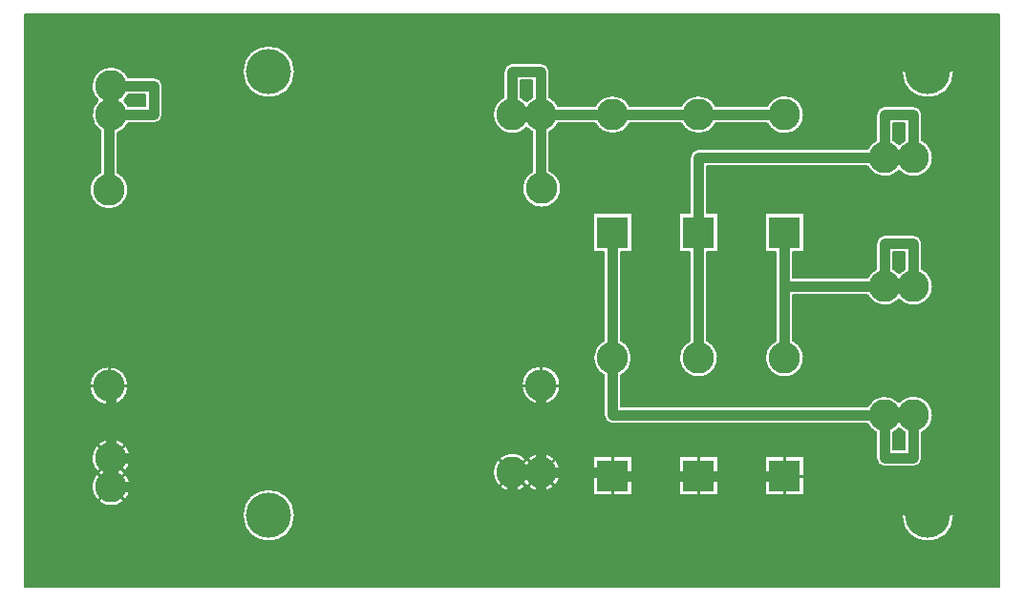
<source format=gbr>
%FSLAX35Y35*%
%MOIN*%
G04 EasyPC Gerber Version 18.0.9 Build 3640 *
%ADD79R,0.11024X0.11024*%
%ADD11C,0.00500*%
%ADD16C,0.01000*%
%ADD71C,0.01500*%
%ADD25C,0.03543*%
%ADD78C,0.11024*%
%ADD80C,0.11024*%
%ADD77C,0.15748*%
X0Y0D02*
D02*
D11*
X340250Y200250D02*
Y250D01*
X250*
Y200250*
X340250*
X324374Y25250D02*
G75*
G03X306126I-9124D01*
G01*
G75*
G03X324374I9124*
G01*
Y180250D02*
G75*
G03X306126I-9124D01*
G01*
G75*
G03X324374I9124*
G01*
X313272Y54201D02*
G75*
G03X317012Y60250I-3022J6049D01*
G01*
G75*
G03X305250Y64802I-6762*
G01*
G75*
G03X294201Y63272I-5000J-4552*
G01*
X208272*
Y74201*
G75*
G03Y86299I-3022J6049*
G01*
Y117307*
X212012*
Y130831*
X198488*
Y117307*
X202228*
Y86299*
G75*
G03Y74201I3022J-6049*
G01*
Y60250*
G75*
G03X205250Y57228I3022*
G01*
X294201*
G75*
G03X297228Y54201I6050J3022*
G01*
Y45250*
G75*
G03X300250Y42228I3022*
G01*
X310250*
G75*
G03X313272Y45250J3022*
G01*
Y54201*
Y111299D02*
Y120250D01*
G75*
G03X310250Y123272I-3022*
G01*
X300250*
G75*
G03X297228Y120250J-3022*
G01*
Y111299*
G75*
G03X294201Y108272I3022J-6050*
G01*
X268272*
Y117307*
X272012*
Y130831*
X258488*
Y117307*
X262228*
Y86299*
G75*
G03X265250Y73488I3022J-6049*
G01*
G75*
G03X268272Y86299J6762*
G01*
Y102228*
X294201*
G75*
G03X305250Y100698I6049J3022*
G01*
G75*
G03X317012Y105250I5000J4552*
G01*
G75*
G03X313272Y111299I-6762*
G01*
Y156299D02*
Y165250D01*
G75*
G03X310250Y168272I-3022*
G01*
X300250*
G75*
G03X297228Y165250J-3022*
G01*
Y156299*
G75*
G03X294201Y153272I3022J-6050*
G01*
X235250*
G75*
G03X232228Y150250J-3022*
G01*
Y130831*
X228488*
Y117307*
X232228*
Y86299*
G75*
G03X235250Y73488I3022J-6049*
G01*
G75*
G03X238272Y86299J6762*
G01*
Y117307*
X242012*
Y130831*
X238272*
Y147228*
X294201*
G75*
G03X305250Y145698I6049J3022*
G01*
G75*
G03X317012Y150250I5000J4552*
G01*
G75*
G03X313272Y156299I-6762*
G01*
X272012Y45831D02*
X258488D01*
Y32307*
X272012*
Y45831*
X259201Y162228D02*
G75*
G03X265250Y158488I6049J3022D01*
G01*
G75*
G03Y172012J6762*
G01*
G75*
G03X259201Y168272J-6762*
G01*
X241299*
G75*
G03X229201I-6049J-3022*
G01*
X211299*
G75*
G03X199201I-6049J-3022*
G01*
X186299*
G75*
G03X183272Y171299I-6049J-3022*
G01*
Y180250*
G75*
G03X180250Y183272I-3022*
G01*
X170250*
G75*
G03X167228Y180250J-3022*
G01*
Y171299*
G75*
G03X163488Y165250I3022J-6049*
G01*
G75*
G03X175250Y160698I6762*
G01*
G75*
G03X177228Y159201I5001J4552*
G01*
Y145420*
G75*
G03X180500Y132740I3272J-5918*
G01*
G75*
G03X183272Y145670J6762*
G01*
Y159201*
G75*
G03X186299Y162228I-3022J6049*
G01*
X199201*
G75*
G03X211299I6049J3022*
G01*
X229201*
G75*
G03X241299I6049J3022*
G01*
X259201*
X242012Y45831D02*
X228488D01*
Y32307*
X242012*
Y45831*
X212012D02*
X198488D01*
Y32307*
X212012*
Y45831*
X180250Y77512D02*
G75*
G03Y63988J-6762D01*
G01*
G75*
G03Y77512J6762*
G01*
X175250Y35698D02*
G75*
G03X187012Y40250I5000J4552D01*
G01*
G75*
G03X175250Y44802I-6762*
G01*
G75*
G03X163488Y40250I-5000J-4552*
G01*
G75*
G03X175250Y35698I6762*
G01*
X94374Y25250D02*
G75*
G03X76126I-9124D01*
G01*
G75*
G03X94374I9124*
G01*
Y180250D02*
G75*
G03X76126I-9124D01*
G01*
G75*
G03X94374I9124*
G01*
X36299Y162228D02*
X45250D01*
G75*
G03X48272Y165250J3022*
G01*
Y175250*
G75*
G03X45250Y178272I-3022*
G01*
X36299*
G75*
G03X30250Y182012I-6049J-3022*
G01*
G75*
G03X25698Y170250J-6762*
G01*
G75*
G03X26478Y159638I4552J-5000*
G01*
Y145049*
G75*
G03X29500Y132238I3022J-6049*
G01*
G75*
G03X32522Y145049J6762*
G01*
Y158881*
G75*
G03X36299Y162228I-2272J6369*
G01*
X34802Y40250D02*
G75*
G03X30250Y52012I-4552J5000D01*
G01*
G75*
G03X25698Y40250J-6762*
G01*
G75*
G03X30250Y28488I4552J-5000*
G01*
G75*
G03X34802Y40250J6762*
G01*
X29500Y77258D02*
G75*
G03Y63734J-6762D01*
G01*
G75*
G03Y77258J6762*
G01*
X340250Y25250D02*
G36*
Y250D01*
X250*
Y25250*
X76126*
G75*
G03X94374I9124*
G01*
X306126*
G75*
G03X324374I9124*
G01*
X340250*
G37*
X324374D02*
G36*
G75*
G03X306126I-9124D01*
G01*
X94374*
G75*
G03X76126I-9124*
G01*
X250*
Y39069*
X24670*
G75*
G03X30250Y28488I5580J-3819*
G01*
G75*
G03X35830Y39069J6762*
G01*
X163592*
G75*
G03X175250Y35698I6658J1181*
G01*
G75*
G03X186908Y39069I5000J4552*
G01*
X198488*
Y32307*
X212012*
Y39069*
X228488*
Y32307*
X242012*
Y39069*
X258488*
Y32307*
X272012*
Y39069*
X340250*
Y25250*
X324374*
G37*
X340250Y180250D02*
G36*
Y86530D01*
X268272*
Y102228*
X294201*
G75*
G03X305250Y100698I6049J3022*
G01*
G75*
G03X317012Y105250I5000J4552*
G01*
G75*
G03X313272Y111299I-6762*
G01*
Y120250*
G75*
G03X310250Y123272I-3022*
G01*
X300250*
G75*
G03X297228Y120250J-3022*
G01*
Y111299*
G75*
G03X294201Y108272I3022J-6050*
G01*
X268272*
Y117307*
X272012*
Y130831*
X258488*
Y117307*
X262228*
Y86530*
X238272*
Y117307*
X242012*
Y130831*
X238272*
Y147228*
X294201*
G75*
G03X305250Y145698I6049J3022*
G01*
G75*
G03X317012Y150250I5000J4552*
G01*
G75*
G03X313272Y156299I-6762*
G01*
Y165250*
G75*
G03X310250Y168272I-3022*
G01*
X300250*
G75*
G03X297228Y165250J-3022*
G01*
Y156299*
G75*
G03X294201Y153272I3022J-6050*
G01*
X235250*
G75*
G03X232228Y150250J-3022*
G01*
Y130831*
X228488*
Y117307*
X232228*
Y86530*
X208272*
Y117307*
X212012*
Y130831*
X198488*
Y117307*
X202228*
Y86530*
X250*
Y180250*
X25698*
G75*
G03Y170250I4552J-5000*
G01*
G75*
G03X26478Y159638I4552J-5000*
G01*
Y145049*
G75*
G03X29500Y132238I3022J-6049*
G01*
G75*
G03X32522Y145049J6762*
G01*
Y158881*
G75*
G03X36299Y162228I-2272J6369*
G01*
X45250*
G75*
G03X48272Y165250J3022*
G01*
Y175250*
G75*
G03X45250Y178272I-3022*
G01*
X36299*
G75*
G03X34802Y180250I-6049J-3021*
G01*
X76126*
G75*
G03X94374I9124*
G01*
X167228*
Y171299*
G75*
G03X163488Y165250I3022J-6049*
G01*
G75*
G03X175250Y160698I6762*
G01*
G75*
G03X177228Y159201I5001J4552*
G01*
Y145420*
G75*
G03X180500Y132740I3272J-5918*
G01*
G75*
G03X183272Y145670J6762*
G01*
Y159201*
G75*
G03X186299Y162228I-3022J6049*
G01*
X199201*
G75*
G03X211299I6049J3022*
G01*
X229201*
G75*
G03X241299I6049J3022*
G01*
X259201*
G75*
G03X265250Y158488I6049J3022*
G01*
G75*
G03Y172012J6762*
G01*
G75*
G03X259201Y168272J-6762*
G01*
X241299*
G75*
G03X229201I-6049J-3022*
G01*
X211299*
G75*
G03X199201I-6049J-3022*
G01*
X186299*
G75*
G03X183272Y171299I-6049J-3022*
G01*
Y180250*
X306126*
G75*
G03X324374I9124*
G01*
X340250*
G37*
X324374D02*
G36*
G75*
G03X306126I-9124D01*
G01*
X183272*
G75*
G03X180250Y183272I-3022*
G01*
X170250*
G75*
G03X167228Y180250J-3022*
G01*
X94374*
G75*
G03X76126I-9124*
G01*
X34802*
G75*
G03X30250Y182012I-4552J-5000*
G01*
G75*
G03X25698Y180250J-6762*
G01*
X250*
Y200250*
X340250*
Y180250*
X324374*
G37*
X340250Y86530D02*
G36*
Y70750D01*
X208272*
Y74201*
G75*
G03Y86299I-3022J6049*
G01*
Y86530*
X232228*
Y86299*
G75*
G03X235250Y73488I3022J-6049*
G01*
G75*
G03X238272Y86299J6762*
G01*
Y86530*
X262228*
Y86299*
G75*
G03X265250Y73488I3022J-6049*
G01*
G75*
G03X268272Y86299J6762*
G01*
Y86530*
X340250*
G37*
X202228D02*
G36*
Y86299D01*
G75*
G03Y74201I3022J-6049*
G01*
Y70750*
X187012*
G75*
G03X180250Y77512I-6762*
G01*
G75*
G03X173488Y70750J-6762*
G01*
X36257*
G75*
G03X29500Y77258I-6757J-254*
G01*
G75*
G03X22743Y70750J-6762*
G01*
X250*
Y86530*
X202228*
G37*
X272012Y39069D02*
G36*
Y45831D01*
X258488*
Y39069*
X242012*
Y45831*
X228488*
Y39069*
X212012*
Y45831*
X198488*
Y39069*
X186908*
G75*
G03X187012Y40250I-6657J1181*
G01*
G75*
G03X175250Y44802I-6762*
G01*
G75*
G03X163488Y40250I-5000J-4552*
G01*
G75*
G03X163592Y39069I6762*
G01*
X35830*
G75*
G03X34802Y40250I-5580J-3819*
G01*
G75*
G03X30250Y52012I-4552J5000*
G01*
G75*
G03X25698Y40250J-6762*
G01*
G75*
G03X24670Y39069I4552J-5000*
G01*
X250*
Y70750*
X22743*
G75*
G03X29500Y63734I6757J-254*
G01*
G75*
G03X36257Y70750J6762*
G01*
X173488*
G75*
G03X180250Y63988I6762*
G01*
G75*
G03X187012Y70750J6762*
G01*
X202228*
Y60250*
G75*
G03X205250Y57228I3022*
G01*
X294201*
G75*
G03X297228Y54201I6050J3022*
G01*
Y45250*
G75*
G03X300250Y42228I3022*
G01*
X310250*
G75*
G03X313272Y45250J3022*
G01*
Y54201*
G75*
G03X317012Y60250I-3022J6049*
G01*
G75*
G03X305250Y64802I-6762*
G01*
G75*
G03X294201Y63272I-5000J-4552*
G01*
X208272*
Y70750*
X340250*
Y39069*
X272012*
G37*
X307228Y54201D02*
Y48272D01*
X303272*
Y54201*
G75*
G03X305250Y55698I-3022J6049*
G01*
G75*
G03X307228Y54201I5001J4552*
G01*
G36*
Y48272*
X303272*
Y54201*
G75*
G03X305250Y55698I-3022J6049*
G01*
G75*
G03X307228Y54201I5001J4552*
G01*
G37*
Y111299D02*
G75*
G03X305250Y109802I3022J-6049D01*
G01*
G75*
G03X303272Y111299I-5001J-4552*
G01*
Y117228*
X307228*
Y111299*
G36*
G75*
G03X305250Y109802I3022J-6049*
G01*
G75*
G03X303272Y111299I-5001J-4552*
G01*
Y117228*
X307228*
Y111299*
G37*
Y156299D02*
G75*
G03X305250Y154802I3022J-6049D01*
G01*
G75*
G03X303272Y156299I-5001J-4552*
G01*
Y162228*
X307228*
Y156299*
G36*
G75*
G03X305250Y154802I3022J-6049*
G01*
G75*
G03X303272Y156299I-5001J-4552*
G01*
Y162228*
X307228*
Y156299*
G37*
X177228Y171299D02*
G75*
G03X175250Y169802I3022J-6049D01*
G01*
G75*
G03X173272Y171299I-5001J-4552*
G01*
Y177228*
X177228*
Y171299*
G36*
G75*
G03X175250Y169802I3022J-6049*
G01*
G75*
G03X173272Y171299I-5001J-4552*
G01*
Y177228*
X177228*
Y171299*
G37*
X36299Y168272D02*
G75*
G03X34802Y170250I-6049J-3022D01*
G01*
G75*
G03X36299Y172228I-4552J5001*
G01*
X42228*
Y168272*
X36299*
G36*
G75*
G03X34802Y170250I-6049J-3022*
G01*
G75*
G03X36299Y172228I-4552J5001*
G01*
X42228*
Y168272*
X36299*
G37*
D02*
D16*
X270262Y39069D02*
X272262D01*
X265250Y34057D02*
Y32057D01*
Y44081D02*
Y46081D01*
X260238Y39069D02*
X258238D01*
X240262D02*
X242262D01*
X235250Y34057D02*
Y32057D01*
Y44081D02*
Y46081D01*
X230238Y39069D02*
X228238D01*
X210262D02*
X212262D01*
X205250Y34057D02*
Y32057D01*
Y44081D02*
Y46081D01*
X200238Y39069D02*
X198238D01*
X185262Y70750D02*
X187262D01*
X183794Y36706D02*
X185208Y35292D01*
X183794Y43794D02*
X185208Y45208D01*
X180250Y65738D02*
Y63738D01*
Y75762D02*
Y77762D01*
X176706Y36706D02*
X175292Y35292D01*
X176706Y43794D02*
X175292Y45208D01*
X175238Y70750D02*
X173238D01*
X173794Y36706D02*
X175208Y35292D01*
X173794Y43794D02*
X175208Y45208D01*
X166706Y36706D02*
X165292Y35292D01*
X166706Y43794D02*
X165292Y45208D01*
X34512Y70496D02*
X36512D01*
X33794Y31706D02*
X35208Y30292D01*
X33794Y38794D02*
X35208Y40208D01*
X33794Y41706D02*
X35208Y40292D01*
X33794Y48794D02*
X35208Y50208D01*
X29500Y65484D02*
Y63484D01*
Y75508D02*
Y77508D01*
X26706Y31706D02*
X25292Y30292D01*
X26706Y38794D02*
X25292Y40208D01*
X26706Y41706D02*
X25292Y40292D01*
X26706Y48794D02*
X25292Y50208D01*
X24488Y70496D02*
X22488D01*
D02*
D71*
X265250Y105250D02*
Y124069D01*
D02*
D25*
X310250Y105250D02*
Y120250D01*
X300250*
Y105250*
X310250Y150250D02*
X235250D01*
Y124069*
X310250Y150250D02*
Y165250D01*
X300250*
Y150250*
Y60250D02*
X205250D01*
Y80250*
X300250Y60250D02*
Y45250D01*
X310250*
Y60250*
X300250Y105250D02*
X265250D01*
Y39069D02*
X235250D01*
X265250Y80250D02*
Y124069D01*
Y165250D02*
X235250D01*
Y39069D02*
X205250D01*
X235250Y80250D02*
Y124069D01*
Y165250D02*
X205250D01*
Y39069D02*
Y40250D01*
X180250*
X205250Y80250D02*
Y124069D01*
Y165250D02*
X180250D01*
Y40250D02*
Y70750D01*
Y40250D02*
Y25250D01*
X170250*
Y40250*
X180250Y165250D02*
Y139502D01*
X180500*
X180250Y165250D02*
Y180250D01*
X170250*
Y165250*
X30250Y45250D02*
X45250D01*
Y35250*
X30250*
Y175250D02*
X45250D01*
Y165250*
X30250*
X29500Y70496D02*
X30250D01*
Y45250*
X29500Y139000D02*
Y165250D01*
X30250*
D02*
D77*
X315250Y25250D03*
Y180250D03*
X85250Y25250D03*
Y180250D03*
D02*
D78*
X310250Y60250D03*
Y105250D03*
Y150250D03*
X300250Y60250D03*
Y105250D03*
Y150250D03*
X265250Y80250D03*
Y165250D03*
X235250Y80250D03*
Y165250D03*
X205250Y80250D03*
Y165250D03*
X180500Y139502D03*
X180250Y40250D03*
Y70750D03*
Y165250D03*
X170250Y40250D03*
Y165250D03*
X30250Y35250D03*
Y45250D03*
Y165250D03*
Y175250D03*
X29500Y139000D03*
D02*
D79*
X265250Y39069D03*
Y124069D03*
X235250Y39069D03*
Y124069D03*
X205250Y39069D03*
Y124069D03*
D02*
D80*
X29500Y70496D03*
X0Y0D02*
M02*

</source>
